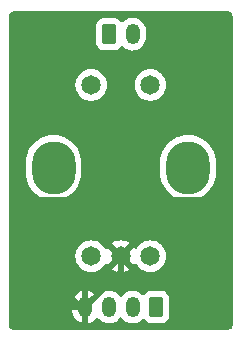
<source format=gbr>
%TF.GenerationSoftware,KiCad,Pcbnew,6.0.0-rc2-1.20211220git160328a.fc35*%
%TF.CreationDate,2022-01-05T17:26:22+00:00*%
%TF.ProjectId,RotaryEncoder,526f7461-7279-4456-9e63-6f6465722e6b,rev?*%
%TF.SameCoordinates,Original*%
%TF.FileFunction,Copper,L2,Bot*%
%TF.FilePolarity,Positive*%
%FSLAX46Y46*%
G04 Gerber Fmt 4.6, Leading zero omitted, Abs format (unit mm)*
G04 Created by KiCad (PCBNEW 6.0.0-rc2-1.20211220git160328a.fc35) date 2022-01-05 17:26:22*
%MOMM*%
%LPD*%
G01*
G04 APERTURE LIST*
G04 Aperture macros list*
%AMRoundRect*
0 Rectangle with rounded corners*
0 $1 Rounding radius*
0 $2 $3 $4 $5 $6 $7 $8 $9 X,Y pos of 4 corners*
0 Add a 4 corners polygon primitive as box body*
4,1,4,$2,$3,$4,$5,$6,$7,$8,$9,$2,$3,0*
0 Add four circle primitives for the rounded corners*
1,1,$1+$1,$2,$3*
1,1,$1+$1,$4,$5*
1,1,$1+$1,$6,$7*
1,1,$1+$1,$8,$9*
0 Add four rect primitives between the rounded corners*
20,1,$1+$1,$2,$3,$4,$5,0*
20,1,$1+$1,$4,$5,$6,$7,0*
20,1,$1+$1,$6,$7,$8,$9,0*
20,1,$1+$1,$8,$9,$2,$3,0*%
G04 Aperture macros list end*
%TA.AperFunction,ComponentPad*%
%ADD10RoundRect,0.250000X0.350000X0.625000X-0.350000X0.625000X-0.350000X-0.625000X0.350000X-0.625000X0*%
%TD*%
%TA.AperFunction,ComponentPad*%
%ADD11O,1.200000X1.750000*%
%TD*%
%TA.AperFunction,ComponentPad*%
%ADD12RoundRect,0.250000X-0.350000X-0.625000X0.350000X-0.625000X0.350000X0.625000X-0.350000X0.625000X0*%
%TD*%
%TA.AperFunction,ComponentPad*%
%ADD13C,1.650000*%
%TD*%
%TA.AperFunction,ComponentPad*%
%ADD14O,3.700000X4.500000*%
%TD*%
%TA.AperFunction,ViaPad*%
%ADD15C,0.800000*%
%TD*%
%TA.AperFunction,Conductor*%
%ADD16C,0.500000*%
%TD*%
G04 APERTURE END LIST*
D10*
%TO.P,J1,1,Pin_1*%
%TO.N,A*%
X137000000Y-126550000D03*
D11*
%TO.P,J1,2,Pin_2*%
%TO.N,B*%
X135000000Y-126550000D03*
%TO.P,J1,3,Pin_3*%
%TO.N,VCC*%
X133000000Y-126550000D03*
%TO.P,J1,4,Pin_4*%
%TO.N,GND*%
X131000000Y-126550000D03*
%TD*%
D12*
%TO.P,J2,1,Pin_1*%
%TO.N,SW1*%
X133000000Y-103450000D03*
D11*
%TO.P,J2,2,Pin_2*%
%TO.N,SW2*%
X135000000Y-103450000D03*
%TD*%
D13*
%TO.P,REF1,1,1*%
%TO.N,SW2*%
X136500000Y-107750000D03*
%TO.P,REF1,2,2*%
%TO.N,SW1*%
X131500000Y-107750000D03*
%TO.P,REF1,A1,A*%
%TO.N,A1*%
X136500000Y-122250000D03*
%TO.P,REF1,B1,B*%
%TO.N,B1*%
X131500000Y-122250000D03*
%TO.P,REF1,C1,C*%
%TO.N,GND*%
X134000000Y-122250000D03*
D14*
%TO.P,REF1,MH1,MH1*%
%TO.N,unconnected-(REF1-PadMH1)*%
X139700000Y-114750000D03*
%TO.P,REF1,MH2,MH2*%
%TO.N,unconnected-(REF1-PadMH2)*%
X128300000Y-114750000D03*
%TD*%
D15*
%TO.N,GND*%
X126000000Y-117500000D03*
X142000000Y-117500000D03*
%TD*%
D16*
%TO.N,GND*%
X126000000Y-117500000D02*
X125500000Y-117500000D01*
X125500000Y-117500000D02*
X125000000Y-118000000D01*
X125000000Y-118000000D02*
X125000000Y-121000000D01*
X125000000Y-121000000D02*
X130550000Y-126550000D01*
X130550000Y-126550000D02*
X131000000Y-126550000D01*
X142000000Y-117500000D02*
X126000000Y-117500000D01*
X134000000Y-122250000D02*
X134000000Y-123550000D01*
X134000000Y-123550000D02*
X131000000Y-126550000D01*
%TD*%
%TA.AperFunction,Conductor*%
%TO.N,GND*%
G36*
X142970057Y-101509500D02*
G01*
X142984858Y-101511805D01*
X142984862Y-101511805D01*
X142993731Y-101513186D01*
X143002633Y-101512022D01*
X143002637Y-101512022D01*
X143002733Y-101512009D01*
X143033170Y-101511738D01*
X143095375Y-101518746D01*
X143122882Y-101525024D01*
X143200071Y-101552034D01*
X143225491Y-101564276D01*
X143294738Y-101607787D01*
X143316797Y-101625379D01*
X143374621Y-101683203D01*
X143392213Y-101705262D01*
X143435724Y-101774509D01*
X143447966Y-101799930D01*
X143474975Y-101877117D01*
X143481254Y-101904624D01*
X143487522Y-101960251D01*
X143488305Y-101975897D01*
X143488196Y-101984855D01*
X143486814Y-101993729D01*
X143488454Y-102006269D01*
X143490936Y-102025250D01*
X143492000Y-102041588D01*
X143492000Y-127950673D01*
X143490500Y-127970057D01*
X143488195Y-127984858D01*
X143488195Y-127984862D01*
X143486814Y-127993731D01*
X143487978Y-128002633D01*
X143487978Y-128002637D01*
X143487991Y-128002733D01*
X143488262Y-128033170D01*
X143481254Y-128095375D01*
X143474975Y-128122885D01*
X143447966Y-128200071D01*
X143435724Y-128225491D01*
X143392213Y-128294738D01*
X143374621Y-128316797D01*
X143316797Y-128374621D01*
X143294738Y-128392213D01*
X143225491Y-128435724D01*
X143200070Y-128447966D01*
X143122883Y-128474975D01*
X143095376Y-128481254D01*
X143071428Y-128483952D01*
X143039744Y-128487522D01*
X143024103Y-128488305D01*
X143015145Y-128488196D01*
X143006271Y-128486814D01*
X142974750Y-128490936D01*
X142958412Y-128492000D01*
X125049327Y-128492000D01*
X125029943Y-128490500D01*
X125015142Y-128488195D01*
X125015138Y-128488195D01*
X125006269Y-128486814D01*
X124997367Y-128487978D01*
X124997363Y-128487978D01*
X124997267Y-128487991D01*
X124966830Y-128488262D01*
X124904625Y-128481254D01*
X124877118Y-128474976D01*
X124799928Y-128447966D01*
X124774509Y-128435724D01*
X124705262Y-128392213D01*
X124683203Y-128374621D01*
X124625379Y-128316797D01*
X124607787Y-128294738D01*
X124564276Y-128225491D01*
X124552034Y-128200070D01*
X124525025Y-128122883D01*
X124518746Y-128095376D01*
X124512478Y-128039749D01*
X124511695Y-128024103D01*
X124511804Y-128015145D01*
X124513186Y-128006271D01*
X124509064Y-127974749D01*
X124508000Y-127958412D01*
X124508000Y-126874832D01*
X129892000Y-126874832D01*
X129892285Y-126880808D01*
X129906471Y-127029494D01*
X129908730Y-127041228D01*
X129964872Y-127232599D01*
X129969302Y-127243675D01*
X130060619Y-127420978D01*
X130067069Y-127431024D01*
X130190262Y-127587857D01*
X130198499Y-127596506D01*
X130349123Y-127727212D01*
X130358847Y-127734147D01*
X130531467Y-127834010D01*
X130542331Y-127838984D01*
X130730727Y-127904407D01*
X130731716Y-127904648D01*
X130742008Y-127903180D01*
X130746000Y-127889615D01*
X130746000Y-127885402D01*
X131254000Y-127885402D01*
X131257973Y-127898933D01*
X131267399Y-127900288D01*
X131356537Y-127878806D01*
X131367832Y-127874917D01*
X131549382Y-127792371D01*
X131559724Y-127786424D01*
X131722397Y-127671032D01*
X131731425Y-127663239D01*
X131869342Y-127519169D01*
X131876741Y-127509800D01*
X131894418Y-127482423D01*
X131948172Y-127436045D01*
X132018468Y-127426091D01*
X132082985Y-127455722D01*
X132099356Y-127472937D01*
X132193604Y-127592920D01*
X132198135Y-127596852D01*
X132198138Y-127596855D01*
X132283620Y-127671032D01*
X132353363Y-127731552D01*
X132358549Y-127734552D01*
X132358553Y-127734555D01*
X132454957Y-127790326D01*
X132536454Y-127837473D01*
X132736271Y-127906861D01*
X132742206Y-127907722D01*
X132742208Y-127907722D01*
X132939664Y-127936352D01*
X132939667Y-127936352D01*
X132945604Y-127937213D01*
X133156899Y-127927433D01*
X133288077Y-127895819D01*
X133356701Y-127879281D01*
X133356703Y-127879280D01*
X133362534Y-127877875D01*
X133367992Y-127875393D01*
X133367996Y-127875392D01*
X133483041Y-127823084D01*
X133555087Y-127790326D01*
X133727611Y-127667946D01*
X133873881Y-127515150D01*
X133889610Y-127490791D01*
X133894746Y-127482837D01*
X133948501Y-127436460D01*
X134018797Y-127426507D01*
X134083314Y-127456139D01*
X134099681Y-127473351D01*
X134193604Y-127592920D01*
X134198135Y-127596852D01*
X134198138Y-127596855D01*
X134283620Y-127671032D01*
X134353363Y-127731552D01*
X134358549Y-127734552D01*
X134358553Y-127734555D01*
X134454957Y-127790326D01*
X134536454Y-127837473D01*
X134736271Y-127906861D01*
X134742206Y-127907722D01*
X134742208Y-127907722D01*
X134939664Y-127936352D01*
X134939667Y-127936352D01*
X134945604Y-127937213D01*
X135156899Y-127927433D01*
X135288077Y-127895819D01*
X135356701Y-127879281D01*
X135356703Y-127879280D01*
X135362534Y-127877875D01*
X135367992Y-127875393D01*
X135367996Y-127875392D01*
X135483041Y-127823084D01*
X135555087Y-127790326D01*
X135727611Y-127667946D01*
X135731753Y-127663619D01*
X135731759Y-127663614D01*
X135818806Y-127572683D01*
X135880361Y-127537306D01*
X135951270Y-127540825D01*
X136009021Y-127582121D01*
X136016965Y-127593504D01*
X136051522Y-127649348D01*
X136176697Y-127774305D01*
X136182927Y-127778145D01*
X136182928Y-127778146D01*
X136320090Y-127862694D01*
X136327262Y-127867115D01*
X136363942Y-127879281D01*
X136488611Y-127920632D01*
X136488613Y-127920632D01*
X136495139Y-127922797D01*
X136501975Y-127923497D01*
X136501978Y-127923498D01*
X136540386Y-127927433D01*
X136599600Y-127933500D01*
X137400400Y-127933500D01*
X137403646Y-127933163D01*
X137403650Y-127933163D01*
X137499308Y-127923238D01*
X137499312Y-127923237D01*
X137506166Y-127922526D01*
X137512702Y-127920345D01*
X137512704Y-127920345D01*
X137648867Y-127874917D01*
X137673946Y-127866550D01*
X137824348Y-127773478D01*
X137949305Y-127648303D01*
X137986565Y-127587857D01*
X138038275Y-127503968D01*
X138038276Y-127503966D01*
X138042115Y-127497738D01*
X138097797Y-127329861D01*
X138108500Y-127225400D01*
X138108500Y-125874600D01*
X138097526Y-125768834D01*
X138041550Y-125601054D01*
X137948478Y-125450652D01*
X137823303Y-125325695D01*
X137817072Y-125321854D01*
X137678968Y-125236725D01*
X137678966Y-125236724D01*
X137672738Y-125232885D01*
X137564005Y-125196820D01*
X137511389Y-125179368D01*
X137511387Y-125179368D01*
X137504861Y-125177203D01*
X137498025Y-125176503D01*
X137498022Y-125176502D01*
X137454969Y-125172091D01*
X137400400Y-125166500D01*
X136599600Y-125166500D01*
X136596354Y-125166837D01*
X136596350Y-125166837D01*
X136500692Y-125176762D01*
X136500688Y-125176763D01*
X136493834Y-125177474D01*
X136487298Y-125179655D01*
X136487296Y-125179655D01*
X136423117Y-125201067D01*
X136326054Y-125233450D01*
X136175652Y-125326522D01*
X136050695Y-125451697D01*
X136046855Y-125457927D01*
X136046854Y-125457928D01*
X136018926Y-125503236D01*
X135966154Y-125550729D01*
X135896082Y-125562153D01*
X135830958Y-125533879D01*
X135812582Y-125514955D01*
X135806396Y-125507080D01*
X135801865Y-125503148D01*
X135801862Y-125503145D01*
X135651167Y-125372379D01*
X135646637Y-125368448D01*
X135641451Y-125365448D01*
X135641447Y-125365445D01*
X135468742Y-125265533D01*
X135463546Y-125262527D01*
X135263729Y-125193139D01*
X135257794Y-125192278D01*
X135257792Y-125192278D01*
X135060336Y-125163648D01*
X135060333Y-125163648D01*
X135054396Y-125162787D01*
X134843101Y-125172567D01*
X134730466Y-125199712D01*
X134643299Y-125220719D01*
X134643297Y-125220720D01*
X134637466Y-125222125D01*
X134632008Y-125224607D01*
X134632004Y-125224608D01*
X134540990Y-125265990D01*
X134444913Y-125309674D01*
X134272389Y-125432054D01*
X134126119Y-125584850D01*
X134122866Y-125589888D01*
X134105254Y-125617163D01*
X134051499Y-125663540D01*
X133981203Y-125673493D01*
X133916686Y-125643861D01*
X133900317Y-125626647D01*
X133881163Y-125602262D01*
X133806396Y-125507080D01*
X133801865Y-125503148D01*
X133801862Y-125503145D01*
X133651167Y-125372379D01*
X133646637Y-125368448D01*
X133641451Y-125365448D01*
X133641447Y-125365445D01*
X133468742Y-125265533D01*
X133463546Y-125262527D01*
X133263729Y-125193139D01*
X133257794Y-125192278D01*
X133257792Y-125192278D01*
X133060336Y-125163648D01*
X133060333Y-125163648D01*
X133054396Y-125162787D01*
X132843101Y-125172567D01*
X132730466Y-125199712D01*
X132643299Y-125220719D01*
X132643297Y-125220720D01*
X132637466Y-125222125D01*
X132632008Y-125224607D01*
X132632004Y-125224608D01*
X132540990Y-125265990D01*
X132444913Y-125309674D01*
X132272389Y-125432054D01*
X132126119Y-125584850D01*
X132122870Y-125589881D01*
X132122865Y-125589888D01*
X132104967Y-125617607D01*
X132051211Y-125663984D01*
X131980915Y-125673937D01*
X131916398Y-125644304D01*
X131900030Y-125627091D01*
X131809738Y-125512143D01*
X131801501Y-125503494D01*
X131650877Y-125372788D01*
X131641153Y-125365853D01*
X131468533Y-125265990D01*
X131457669Y-125261016D01*
X131269273Y-125195593D01*
X131268284Y-125195352D01*
X131257992Y-125196820D01*
X131254000Y-125210385D01*
X131254000Y-127885402D01*
X130746000Y-127885402D01*
X130746000Y-126822115D01*
X130741525Y-126806876D01*
X130740135Y-126805671D01*
X130732452Y-126804000D01*
X129910115Y-126804000D01*
X129894876Y-126808475D01*
X129893671Y-126809865D01*
X129892000Y-126817548D01*
X129892000Y-126874832D01*
X124508000Y-126874832D01*
X124508000Y-126277885D01*
X129892000Y-126277885D01*
X129896475Y-126293124D01*
X129897865Y-126294329D01*
X129905548Y-126296000D01*
X130727885Y-126296000D01*
X130743124Y-126291525D01*
X130744329Y-126290135D01*
X130746000Y-126282452D01*
X130746000Y-125214598D01*
X130742027Y-125201067D01*
X130732601Y-125199712D01*
X130643463Y-125221194D01*
X130632168Y-125225083D01*
X130450618Y-125307629D01*
X130440276Y-125313576D01*
X130277603Y-125428968D01*
X130268575Y-125436761D01*
X130130658Y-125580831D01*
X130123262Y-125590196D01*
X130015079Y-125757741D01*
X130009583Y-125768345D01*
X129935039Y-125953312D01*
X129931645Y-125964770D01*
X129893143Y-126161928D01*
X129892066Y-126170791D01*
X129892000Y-126173500D01*
X129892000Y-126277885D01*
X124508000Y-126277885D01*
X124508000Y-122250000D01*
X130161406Y-122250000D01*
X130181742Y-122482444D01*
X130242133Y-122707826D01*
X130244455Y-122712806D01*
X130244456Y-122712808D01*
X130338418Y-122914310D01*
X130338421Y-122914315D01*
X130340744Y-122919297D01*
X130474578Y-123110432D01*
X130639568Y-123275422D01*
X130644076Y-123278579D01*
X130644079Y-123278581D01*
X130826194Y-123406099D01*
X130830703Y-123409256D01*
X130835685Y-123411579D01*
X130835690Y-123411582D01*
X131036180Y-123505072D01*
X131042174Y-123507867D01*
X131047482Y-123509289D01*
X131047484Y-123509290D01*
X131262241Y-123566834D01*
X131262243Y-123566834D01*
X131267556Y-123568258D01*
X131500000Y-123588594D01*
X131732444Y-123568258D01*
X131737757Y-123566834D01*
X131737759Y-123566834D01*
X131952516Y-123509290D01*
X131952518Y-123509289D01*
X131957826Y-123507867D01*
X131963820Y-123505072D01*
X132164310Y-123411582D01*
X132164315Y-123411579D01*
X132169297Y-123409256D01*
X132173806Y-123406099D01*
X132248193Y-123354013D01*
X133260542Y-123354013D01*
X133269838Y-123366028D01*
X133326446Y-123405665D01*
X133335941Y-123411148D01*
X133537364Y-123505072D01*
X133547656Y-123508818D01*
X133762328Y-123566339D01*
X133773123Y-123568242D01*
X133994525Y-123587613D01*
X134005475Y-123587613D01*
X134226877Y-123568242D01*
X134237672Y-123566339D01*
X134452344Y-123508818D01*
X134462636Y-123505072D01*
X134664059Y-123411148D01*
X134673554Y-123405665D01*
X134731000Y-123365441D01*
X134739375Y-123354964D01*
X134732307Y-123341517D01*
X134012812Y-122622022D01*
X133998868Y-122614408D01*
X133997035Y-122614539D01*
X133990420Y-122618790D01*
X133266972Y-123342238D01*
X133260542Y-123354013D01*
X132248193Y-123354013D01*
X132355921Y-123278581D01*
X132355924Y-123278579D01*
X132360432Y-123275422D01*
X132525422Y-123110432D01*
X132647092Y-122936669D01*
X132702549Y-122892341D01*
X132773168Y-122885032D01*
X132836529Y-122917063D01*
X132853518Y-122936669D01*
X132884559Y-122981000D01*
X132895036Y-122989375D01*
X132908483Y-122982307D01*
X133627978Y-122262812D01*
X133634356Y-122251132D01*
X134364408Y-122251132D01*
X134364539Y-122252965D01*
X134368790Y-122259580D01*
X135092238Y-122983028D01*
X135104013Y-122989458D01*
X135116028Y-122980162D01*
X135146482Y-122936669D01*
X135201939Y-122892341D01*
X135272558Y-122885032D01*
X135335919Y-122917063D01*
X135352908Y-122936669D01*
X135474578Y-123110432D01*
X135639568Y-123275422D01*
X135644076Y-123278579D01*
X135644079Y-123278581D01*
X135826194Y-123406099D01*
X135830703Y-123409256D01*
X135835685Y-123411579D01*
X135835690Y-123411582D01*
X136036180Y-123505072D01*
X136042174Y-123507867D01*
X136047482Y-123509289D01*
X136047484Y-123509290D01*
X136262241Y-123566834D01*
X136262243Y-123566834D01*
X136267556Y-123568258D01*
X136500000Y-123588594D01*
X136732444Y-123568258D01*
X136737757Y-123566834D01*
X136737759Y-123566834D01*
X136952516Y-123509290D01*
X136952518Y-123509289D01*
X136957826Y-123507867D01*
X136963820Y-123505072D01*
X137164310Y-123411582D01*
X137164315Y-123411579D01*
X137169297Y-123409256D01*
X137173806Y-123406099D01*
X137355921Y-123278581D01*
X137355924Y-123278579D01*
X137360432Y-123275422D01*
X137525422Y-123110432D01*
X137659256Y-122919297D01*
X137661579Y-122914315D01*
X137661582Y-122914310D01*
X137755544Y-122712808D01*
X137755545Y-122712806D01*
X137757867Y-122707826D01*
X137818258Y-122482444D01*
X137838594Y-122250000D01*
X137818258Y-122017556D01*
X137757867Y-121792174D01*
X137755544Y-121787192D01*
X137661582Y-121585690D01*
X137661579Y-121585685D01*
X137659256Y-121580703D01*
X137525422Y-121389568D01*
X137360432Y-121224578D01*
X137355924Y-121221421D01*
X137355921Y-121221419D01*
X137173806Y-121093901D01*
X137173804Y-121093900D01*
X137169297Y-121090744D01*
X137164315Y-121088421D01*
X137164310Y-121088418D01*
X136962808Y-120994456D01*
X136962806Y-120994455D01*
X136957826Y-120992133D01*
X136952518Y-120990711D01*
X136952516Y-120990710D01*
X136737759Y-120933166D01*
X136737757Y-120933166D01*
X136732444Y-120931742D01*
X136500000Y-120911406D01*
X136267556Y-120931742D01*
X136262243Y-120933166D01*
X136262241Y-120933166D01*
X136047484Y-120990710D01*
X136047482Y-120990711D01*
X136042174Y-120992133D01*
X136037194Y-120994455D01*
X136037192Y-120994456D01*
X135835690Y-121088418D01*
X135835685Y-121088421D01*
X135830703Y-121090744D01*
X135826196Y-121093900D01*
X135826194Y-121093901D01*
X135644079Y-121221419D01*
X135644076Y-121221421D01*
X135639568Y-121224578D01*
X135474578Y-121389568D01*
X135471421Y-121394076D01*
X135471419Y-121394079D01*
X135352908Y-121563331D01*
X135297451Y-121607659D01*
X135226832Y-121614968D01*
X135163471Y-121582937D01*
X135146482Y-121563331D01*
X135115441Y-121519000D01*
X135104964Y-121510625D01*
X135091517Y-121517693D01*
X134372022Y-122237188D01*
X134364408Y-122251132D01*
X133634356Y-122251132D01*
X133635592Y-122248868D01*
X133635461Y-122247035D01*
X133631210Y-122240420D01*
X132907762Y-121516972D01*
X132895987Y-121510542D01*
X132883972Y-121519838D01*
X132853518Y-121563331D01*
X132798061Y-121607659D01*
X132727442Y-121614968D01*
X132664081Y-121582937D01*
X132647092Y-121563331D01*
X132528581Y-121394079D01*
X132528579Y-121394076D01*
X132525422Y-121389568D01*
X132360432Y-121224578D01*
X132355924Y-121221421D01*
X132355921Y-121221419D01*
X132246835Y-121145036D01*
X133260625Y-121145036D01*
X133267693Y-121158483D01*
X133987188Y-121877978D01*
X134001132Y-121885592D01*
X134002965Y-121885461D01*
X134009580Y-121881210D01*
X134733028Y-121157762D01*
X134739458Y-121145987D01*
X134730162Y-121133972D01*
X134673554Y-121094335D01*
X134664059Y-121088852D01*
X134462636Y-120994928D01*
X134452344Y-120991182D01*
X134237672Y-120933661D01*
X134226877Y-120931758D01*
X134005475Y-120912387D01*
X133994525Y-120912387D01*
X133773123Y-120931758D01*
X133762328Y-120933661D01*
X133547656Y-120991182D01*
X133537364Y-120994928D01*
X133335941Y-121088852D01*
X133326446Y-121094335D01*
X133269000Y-121134559D01*
X133260625Y-121145036D01*
X132246835Y-121145036D01*
X132173806Y-121093901D01*
X132173804Y-121093900D01*
X132169297Y-121090744D01*
X132164315Y-121088421D01*
X132164310Y-121088418D01*
X131962808Y-120994456D01*
X131962806Y-120994455D01*
X131957826Y-120992133D01*
X131952518Y-120990711D01*
X131952516Y-120990710D01*
X131737759Y-120933166D01*
X131737757Y-120933166D01*
X131732444Y-120931742D01*
X131500000Y-120911406D01*
X131267556Y-120931742D01*
X131262243Y-120933166D01*
X131262241Y-120933166D01*
X131047484Y-120990710D01*
X131047482Y-120990711D01*
X131042174Y-120992133D01*
X131037194Y-120994455D01*
X131037192Y-120994456D01*
X130835690Y-121088418D01*
X130835685Y-121088421D01*
X130830703Y-121090744D01*
X130826196Y-121093900D01*
X130826194Y-121093901D01*
X130644079Y-121221419D01*
X130644076Y-121221421D01*
X130639568Y-121224578D01*
X130474578Y-121389568D01*
X130340744Y-121580703D01*
X130338421Y-121585685D01*
X130338418Y-121585690D01*
X130244456Y-121787192D01*
X130242133Y-121792174D01*
X130181742Y-122017556D01*
X130161406Y-122250000D01*
X124508000Y-122250000D01*
X124508000Y-115227214D01*
X125941500Y-115227214D01*
X125956660Y-115458507D01*
X126016975Y-115761735D01*
X126116354Y-116054496D01*
X126118177Y-116058192D01*
X126118180Y-116058200D01*
X126228721Y-116282352D01*
X126253096Y-116331780D01*
X126424861Y-116588845D01*
X126427575Y-116591939D01*
X126427579Y-116591945D01*
X126626001Y-116818201D01*
X126628710Y-116821290D01*
X126631799Y-116823999D01*
X126858055Y-117022421D01*
X126858061Y-117022425D01*
X126861155Y-117025139D01*
X126864581Y-117027428D01*
X126864586Y-117027432D01*
X127058318Y-117156879D01*
X127118219Y-117196904D01*
X127121918Y-117198728D01*
X127121923Y-117198731D01*
X127264435Y-117269010D01*
X127395504Y-117333646D01*
X127399409Y-117334971D01*
X127399410Y-117334972D01*
X127684358Y-117431699D01*
X127684361Y-117431700D01*
X127688265Y-117433025D01*
X127914961Y-117478117D01*
X127987450Y-117492536D01*
X127987453Y-117492536D01*
X127991493Y-117493340D01*
X127995604Y-117493609D01*
X127995608Y-117493610D01*
X128295881Y-117513291D01*
X128300000Y-117513561D01*
X128304119Y-117513291D01*
X128604392Y-117493610D01*
X128604396Y-117493609D01*
X128608507Y-117493340D01*
X128612547Y-117492536D01*
X128612550Y-117492536D01*
X128685039Y-117478117D01*
X128911735Y-117433025D01*
X128915639Y-117431700D01*
X128915642Y-117431699D01*
X129200581Y-117334975D01*
X129204496Y-117333646D01*
X129208195Y-117331822D01*
X129208200Y-117331820D01*
X129478077Y-117198730D01*
X129481780Y-117196904D01*
X129485215Y-117194609D01*
X129735414Y-117027432D01*
X129735419Y-117027428D01*
X129738845Y-117025139D01*
X129741939Y-117022425D01*
X129741945Y-117022421D01*
X129968201Y-116823999D01*
X129971290Y-116821290D01*
X129973999Y-116818201D01*
X130172421Y-116591945D01*
X130172425Y-116591939D01*
X130175139Y-116588845D01*
X130346904Y-116331780D01*
X130371279Y-116282352D01*
X130481820Y-116058200D01*
X130481823Y-116058192D01*
X130483646Y-116054496D01*
X130583025Y-115761735D01*
X130643340Y-115458507D01*
X130658500Y-115227214D01*
X137341500Y-115227214D01*
X137356660Y-115458507D01*
X137416975Y-115761735D01*
X137516354Y-116054496D01*
X137518177Y-116058192D01*
X137518180Y-116058200D01*
X137628721Y-116282352D01*
X137653096Y-116331780D01*
X137824861Y-116588845D01*
X137827575Y-116591939D01*
X137827579Y-116591945D01*
X138026001Y-116818201D01*
X138028710Y-116821290D01*
X138031799Y-116823999D01*
X138258055Y-117022421D01*
X138258061Y-117022425D01*
X138261155Y-117025139D01*
X138264581Y-117027428D01*
X138264586Y-117027432D01*
X138458318Y-117156879D01*
X138518219Y-117196904D01*
X138521918Y-117198728D01*
X138521923Y-117198731D01*
X138664435Y-117269010D01*
X138795504Y-117333646D01*
X138799409Y-117334971D01*
X138799410Y-117334972D01*
X139084358Y-117431699D01*
X139084361Y-117431700D01*
X139088265Y-117433025D01*
X139314961Y-117478117D01*
X139387450Y-117492536D01*
X139387453Y-117492536D01*
X139391493Y-117493340D01*
X139395604Y-117493609D01*
X139395608Y-117493610D01*
X139695881Y-117513291D01*
X139700000Y-117513561D01*
X139704119Y-117513291D01*
X140004392Y-117493610D01*
X140004396Y-117493609D01*
X140008507Y-117493340D01*
X140012547Y-117492536D01*
X140012550Y-117492536D01*
X140085039Y-117478117D01*
X140311735Y-117433025D01*
X140315639Y-117431700D01*
X140315642Y-117431699D01*
X140600581Y-117334975D01*
X140604496Y-117333646D01*
X140608195Y-117331822D01*
X140608200Y-117331820D01*
X140878077Y-117198730D01*
X140881780Y-117196904D01*
X140885215Y-117194609D01*
X141135414Y-117027432D01*
X141135419Y-117027428D01*
X141138845Y-117025139D01*
X141141939Y-117022425D01*
X141141945Y-117022421D01*
X141368201Y-116823999D01*
X141371290Y-116821290D01*
X141373999Y-116818201D01*
X141572421Y-116591945D01*
X141572425Y-116591939D01*
X141575139Y-116588845D01*
X141746904Y-116331780D01*
X141771279Y-116282352D01*
X141881820Y-116058200D01*
X141881823Y-116058192D01*
X141883646Y-116054496D01*
X141983025Y-115761735D01*
X142043340Y-115458507D01*
X142058500Y-115227214D01*
X142058500Y-114272786D01*
X142043340Y-114041493D01*
X141983025Y-113738265D01*
X141883646Y-113445504D01*
X141881823Y-113441808D01*
X141881820Y-113441800D01*
X141748730Y-113171923D01*
X141746904Y-113168220D01*
X141575139Y-112911155D01*
X141572425Y-112908061D01*
X141572421Y-112908055D01*
X141373999Y-112681799D01*
X141371290Y-112678710D01*
X141368201Y-112676001D01*
X141141945Y-112477579D01*
X141141939Y-112477575D01*
X141138845Y-112474861D01*
X141135419Y-112472572D01*
X141135414Y-112472568D01*
X140941682Y-112343121D01*
X140881781Y-112303096D01*
X140878082Y-112301272D01*
X140878077Y-112301269D01*
X140735565Y-112230990D01*
X140604496Y-112166354D01*
X140600581Y-112165025D01*
X140315642Y-112068301D01*
X140315639Y-112068300D01*
X140311735Y-112066975D01*
X140085039Y-112021883D01*
X140012550Y-112007464D01*
X140012547Y-112007464D01*
X140008507Y-112006660D01*
X140004396Y-112006391D01*
X140004392Y-112006390D01*
X139704119Y-111986709D01*
X139700000Y-111986439D01*
X139695881Y-111986709D01*
X139395608Y-112006390D01*
X139395604Y-112006391D01*
X139391493Y-112006660D01*
X139387453Y-112007464D01*
X139387450Y-112007464D01*
X139314961Y-112021883D01*
X139088265Y-112066975D01*
X139084361Y-112068300D01*
X139084358Y-112068301D01*
X138799419Y-112165025D01*
X138795504Y-112166354D01*
X138791808Y-112168177D01*
X138791800Y-112168180D01*
X138567648Y-112278721D01*
X138518220Y-112303096D01*
X138514787Y-112305390D01*
X138514785Y-112305391D01*
X138264586Y-112472568D01*
X138264581Y-112472572D01*
X138261155Y-112474861D01*
X138258061Y-112477575D01*
X138258055Y-112477579D01*
X138031799Y-112676001D01*
X138028710Y-112678710D01*
X138026001Y-112681799D01*
X137827579Y-112908055D01*
X137827575Y-112908061D01*
X137824861Y-112911155D01*
X137653096Y-113168220D01*
X137651270Y-113171923D01*
X137518180Y-113441800D01*
X137518177Y-113441808D01*
X137516354Y-113445504D01*
X137416975Y-113738265D01*
X137356660Y-114041493D01*
X137341500Y-114272786D01*
X137341500Y-115227214D01*
X130658500Y-115227214D01*
X130658500Y-114272786D01*
X130643340Y-114041493D01*
X130583025Y-113738265D01*
X130483646Y-113445504D01*
X130481823Y-113441808D01*
X130481820Y-113441800D01*
X130348730Y-113171923D01*
X130346904Y-113168220D01*
X130175139Y-112911155D01*
X130172425Y-112908061D01*
X130172421Y-112908055D01*
X129973999Y-112681799D01*
X129971290Y-112678710D01*
X129968201Y-112676001D01*
X129741945Y-112477579D01*
X129741939Y-112477575D01*
X129738845Y-112474861D01*
X129735419Y-112472572D01*
X129735414Y-112472568D01*
X129541682Y-112343121D01*
X129481781Y-112303096D01*
X129478082Y-112301272D01*
X129478077Y-112301269D01*
X129335565Y-112230990D01*
X129204496Y-112166354D01*
X129200581Y-112165025D01*
X128915642Y-112068301D01*
X128915639Y-112068300D01*
X128911735Y-112066975D01*
X128685039Y-112021883D01*
X128612550Y-112007464D01*
X128612547Y-112007464D01*
X128608507Y-112006660D01*
X128604396Y-112006391D01*
X128604392Y-112006390D01*
X128304119Y-111986709D01*
X128300000Y-111986439D01*
X128295881Y-111986709D01*
X127995608Y-112006390D01*
X127995604Y-112006391D01*
X127991493Y-112006660D01*
X127987453Y-112007464D01*
X127987450Y-112007464D01*
X127914961Y-112021883D01*
X127688265Y-112066975D01*
X127684361Y-112068300D01*
X127684358Y-112068301D01*
X127399419Y-112165025D01*
X127395504Y-112166354D01*
X127391808Y-112168177D01*
X127391800Y-112168180D01*
X127167648Y-112278721D01*
X127118220Y-112303096D01*
X127114787Y-112305390D01*
X127114785Y-112305391D01*
X126864586Y-112472568D01*
X126864581Y-112472572D01*
X126861155Y-112474861D01*
X126858061Y-112477575D01*
X126858055Y-112477579D01*
X126631799Y-112676001D01*
X126628710Y-112678710D01*
X126626001Y-112681799D01*
X126427579Y-112908055D01*
X126427575Y-112908061D01*
X126424861Y-112911155D01*
X126253096Y-113168220D01*
X126251270Y-113171923D01*
X126118180Y-113441800D01*
X126118177Y-113441808D01*
X126116354Y-113445504D01*
X126016975Y-113738265D01*
X125956660Y-114041493D01*
X125941500Y-114272786D01*
X125941500Y-115227214D01*
X124508000Y-115227214D01*
X124508000Y-107750000D01*
X130161406Y-107750000D01*
X130181742Y-107982444D01*
X130242133Y-108207826D01*
X130244455Y-108212806D01*
X130244456Y-108212808D01*
X130338418Y-108414310D01*
X130338421Y-108414315D01*
X130340744Y-108419297D01*
X130474578Y-108610432D01*
X130639568Y-108775422D01*
X130644076Y-108778579D01*
X130644079Y-108778581D01*
X130826194Y-108906099D01*
X130830703Y-108909256D01*
X130835685Y-108911579D01*
X130835690Y-108911582D01*
X131037192Y-109005544D01*
X131042174Y-109007867D01*
X131047482Y-109009289D01*
X131047484Y-109009290D01*
X131262241Y-109066834D01*
X131262243Y-109066834D01*
X131267556Y-109068258D01*
X131500000Y-109088594D01*
X131732444Y-109068258D01*
X131737757Y-109066834D01*
X131737759Y-109066834D01*
X131952516Y-109009290D01*
X131952518Y-109009289D01*
X131957826Y-109007867D01*
X131962808Y-109005544D01*
X132164310Y-108911582D01*
X132164315Y-108911579D01*
X132169297Y-108909256D01*
X132173806Y-108906099D01*
X132355921Y-108778581D01*
X132355924Y-108778579D01*
X132360432Y-108775422D01*
X132525422Y-108610432D01*
X132659256Y-108419297D01*
X132661579Y-108414315D01*
X132661582Y-108414310D01*
X132755544Y-108212808D01*
X132755545Y-108212806D01*
X132757867Y-108207826D01*
X132818258Y-107982444D01*
X132838594Y-107750000D01*
X135161406Y-107750000D01*
X135181742Y-107982444D01*
X135242133Y-108207826D01*
X135244455Y-108212806D01*
X135244456Y-108212808D01*
X135338418Y-108414310D01*
X135338421Y-108414315D01*
X135340744Y-108419297D01*
X135474578Y-108610432D01*
X135639568Y-108775422D01*
X135644076Y-108778579D01*
X135644079Y-108778581D01*
X135826194Y-108906099D01*
X135830703Y-108909256D01*
X135835685Y-108911579D01*
X135835690Y-108911582D01*
X136037192Y-109005544D01*
X136042174Y-109007867D01*
X136047482Y-109009289D01*
X136047484Y-109009290D01*
X136262241Y-109066834D01*
X136262243Y-109066834D01*
X136267556Y-109068258D01*
X136500000Y-109088594D01*
X136732444Y-109068258D01*
X136737757Y-109066834D01*
X136737759Y-109066834D01*
X136952516Y-109009290D01*
X136952518Y-109009289D01*
X136957826Y-109007867D01*
X136962808Y-109005544D01*
X137164310Y-108911582D01*
X137164315Y-108911579D01*
X137169297Y-108909256D01*
X137173806Y-108906099D01*
X137355921Y-108778581D01*
X137355924Y-108778579D01*
X137360432Y-108775422D01*
X137525422Y-108610432D01*
X137659256Y-108419297D01*
X137661579Y-108414315D01*
X137661582Y-108414310D01*
X137755544Y-108212808D01*
X137755545Y-108212806D01*
X137757867Y-108207826D01*
X137818258Y-107982444D01*
X137838594Y-107750000D01*
X137818258Y-107517556D01*
X137757867Y-107292174D01*
X137755544Y-107287192D01*
X137661582Y-107085690D01*
X137661579Y-107085685D01*
X137659256Y-107080703D01*
X137525422Y-106889568D01*
X137360432Y-106724578D01*
X137355924Y-106721421D01*
X137355921Y-106721419D01*
X137173806Y-106593901D01*
X137173804Y-106593900D01*
X137169297Y-106590744D01*
X137164315Y-106588421D01*
X137164310Y-106588418D01*
X136962808Y-106494456D01*
X136962806Y-106494455D01*
X136957826Y-106492133D01*
X136952518Y-106490711D01*
X136952516Y-106490710D01*
X136737759Y-106433166D01*
X136737757Y-106433166D01*
X136732444Y-106431742D01*
X136500000Y-106411406D01*
X136267556Y-106431742D01*
X136262243Y-106433166D01*
X136262241Y-106433166D01*
X136047484Y-106490710D01*
X136047482Y-106490711D01*
X136042174Y-106492133D01*
X136037194Y-106494455D01*
X136037192Y-106494456D01*
X135835690Y-106588418D01*
X135835685Y-106588421D01*
X135830703Y-106590744D01*
X135826196Y-106593900D01*
X135826194Y-106593901D01*
X135644079Y-106721419D01*
X135644076Y-106721421D01*
X135639568Y-106724578D01*
X135474578Y-106889568D01*
X135340744Y-107080703D01*
X135338421Y-107085685D01*
X135338418Y-107085690D01*
X135244456Y-107287192D01*
X135242133Y-107292174D01*
X135181742Y-107517556D01*
X135161406Y-107750000D01*
X132838594Y-107750000D01*
X132818258Y-107517556D01*
X132757867Y-107292174D01*
X132755544Y-107287192D01*
X132661582Y-107085690D01*
X132661579Y-107085685D01*
X132659256Y-107080703D01*
X132525422Y-106889568D01*
X132360432Y-106724578D01*
X132355924Y-106721421D01*
X132355921Y-106721419D01*
X132173806Y-106593901D01*
X132173804Y-106593900D01*
X132169297Y-106590744D01*
X132164315Y-106588421D01*
X132164310Y-106588418D01*
X131962808Y-106494456D01*
X131962806Y-106494455D01*
X131957826Y-106492133D01*
X131952518Y-106490711D01*
X131952516Y-106490710D01*
X131737759Y-106433166D01*
X131737757Y-106433166D01*
X131732444Y-106431742D01*
X131500000Y-106411406D01*
X131267556Y-106431742D01*
X131262243Y-106433166D01*
X131262241Y-106433166D01*
X131047484Y-106490710D01*
X131047482Y-106490711D01*
X131042174Y-106492133D01*
X131037194Y-106494455D01*
X131037192Y-106494456D01*
X130835690Y-106588418D01*
X130835685Y-106588421D01*
X130830703Y-106590744D01*
X130826196Y-106593900D01*
X130826194Y-106593901D01*
X130644079Y-106721419D01*
X130644076Y-106721421D01*
X130639568Y-106724578D01*
X130474578Y-106889568D01*
X130340744Y-107080703D01*
X130338421Y-107085685D01*
X130338418Y-107085690D01*
X130244456Y-107287192D01*
X130242133Y-107292174D01*
X130181742Y-107517556D01*
X130161406Y-107750000D01*
X124508000Y-107750000D01*
X124508000Y-104125400D01*
X131891500Y-104125400D01*
X131902474Y-104231166D01*
X131904655Y-104237702D01*
X131904655Y-104237704D01*
X131935135Y-104329064D01*
X131958450Y-104398946D01*
X132051522Y-104549348D01*
X132176697Y-104674305D01*
X132182927Y-104678145D01*
X132182928Y-104678146D01*
X132320090Y-104762694D01*
X132327262Y-104767115D01*
X132352217Y-104775392D01*
X132488611Y-104820632D01*
X132488613Y-104820632D01*
X132495139Y-104822797D01*
X132501975Y-104823497D01*
X132501978Y-104823498D01*
X132540386Y-104827433D01*
X132599600Y-104833500D01*
X133400400Y-104833500D01*
X133403646Y-104833163D01*
X133403650Y-104833163D01*
X133499308Y-104823238D01*
X133499312Y-104823237D01*
X133506166Y-104822526D01*
X133512702Y-104820345D01*
X133512704Y-104820345D01*
X133647443Y-104775392D01*
X133673946Y-104766550D01*
X133824348Y-104673478D01*
X133949305Y-104548303D01*
X133981075Y-104496764D01*
X134033846Y-104449271D01*
X134103918Y-104437847D01*
X134169042Y-104466121D01*
X134187418Y-104485045D01*
X134193604Y-104492920D01*
X134198135Y-104496852D01*
X134198138Y-104496855D01*
X134284058Y-104571412D01*
X134353363Y-104631552D01*
X134358549Y-104634552D01*
X134358553Y-104634555D01*
X134454957Y-104690326D01*
X134536454Y-104737473D01*
X134736271Y-104806861D01*
X134742206Y-104807722D01*
X134742208Y-104807722D01*
X134939664Y-104836352D01*
X134939667Y-104836352D01*
X134945604Y-104837213D01*
X135156899Y-104827433D01*
X135288077Y-104795819D01*
X135356701Y-104779281D01*
X135356703Y-104779280D01*
X135362534Y-104777875D01*
X135367992Y-104775393D01*
X135367996Y-104775392D01*
X135483041Y-104723084D01*
X135555087Y-104690326D01*
X135727611Y-104567946D01*
X135873881Y-104415150D01*
X135988620Y-104237452D01*
X136067686Y-104041263D01*
X136108228Y-103833663D01*
X136108500Y-103828101D01*
X136108500Y-103122154D01*
X136093452Y-102964434D01*
X136033908Y-102761466D01*
X135986872Y-102670139D01*
X135939804Y-102578751D01*
X135939802Y-102578748D01*
X135937058Y-102573420D01*
X135806396Y-102407080D01*
X135801865Y-102403148D01*
X135801862Y-102403145D01*
X135651167Y-102272379D01*
X135646637Y-102268448D01*
X135641451Y-102265448D01*
X135641447Y-102265445D01*
X135468742Y-102165533D01*
X135463546Y-102162527D01*
X135263729Y-102093139D01*
X135257794Y-102092278D01*
X135257792Y-102092278D01*
X135060336Y-102063648D01*
X135060333Y-102063648D01*
X135054396Y-102062787D01*
X134843101Y-102072567D01*
X134711923Y-102104181D01*
X134643299Y-102120719D01*
X134643297Y-102120720D01*
X134637466Y-102122125D01*
X134632008Y-102124607D01*
X134632004Y-102124608D01*
X134516959Y-102176916D01*
X134444913Y-102209674D01*
X134272389Y-102332054D01*
X134268247Y-102336381D01*
X134268241Y-102336386D01*
X134181194Y-102427317D01*
X134119639Y-102462694D01*
X134048730Y-102459175D01*
X133990979Y-102417879D01*
X133983032Y-102406491D01*
X133948478Y-102350652D01*
X133823303Y-102225695D01*
X133720826Y-102162527D01*
X133678968Y-102136725D01*
X133678966Y-102136724D01*
X133672738Y-102132885D01*
X133512254Y-102079655D01*
X133511389Y-102079368D01*
X133511387Y-102079368D01*
X133504861Y-102077203D01*
X133498025Y-102076503D01*
X133498022Y-102076502D01*
X133454969Y-102072091D01*
X133400400Y-102066500D01*
X132599600Y-102066500D01*
X132596354Y-102066837D01*
X132596350Y-102066837D01*
X132500692Y-102076762D01*
X132500688Y-102076763D01*
X132493834Y-102077474D01*
X132487298Y-102079655D01*
X132487296Y-102079655D01*
X132364213Y-102120719D01*
X132326054Y-102133450D01*
X132175652Y-102226522D01*
X132050695Y-102351697D01*
X132046855Y-102357927D01*
X132046854Y-102357928D01*
X132009900Y-102417879D01*
X131957885Y-102502262D01*
X131902203Y-102670139D01*
X131891500Y-102774600D01*
X131891500Y-104125400D01*
X124508000Y-104125400D01*
X124508000Y-102049327D01*
X124509500Y-102029943D01*
X124511805Y-102015142D01*
X124511805Y-102015138D01*
X124513186Y-102006269D01*
X124512022Y-101997367D01*
X124512022Y-101997363D01*
X124512009Y-101997267D01*
X124511738Y-101966830D01*
X124518746Y-101904625D01*
X124525025Y-101877115D01*
X124552034Y-101799929D01*
X124564276Y-101774509D01*
X124607787Y-101705262D01*
X124625379Y-101683203D01*
X124683203Y-101625379D01*
X124705262Y-101607787D01*
X124774509Y-101564276D01*
X124799930Y-101552034D01*
X124877117Y-101525025D01*
X124904624Y-101518746D01*
X124928572Y-101516048D01*
X124960256Y-101512478D01*
X124975897Y-101511695D01*
X124984855Y-101511804D01*
X124993729Y-101513186D01*
X125025251Y-101509064D01*
X125041588Y-101508000D01*
X142950673Y-101508000D01*
X142970057Y-101509500D01*
G37*
%TD.AperFunction*%
%TD*%
M02*

</source>
